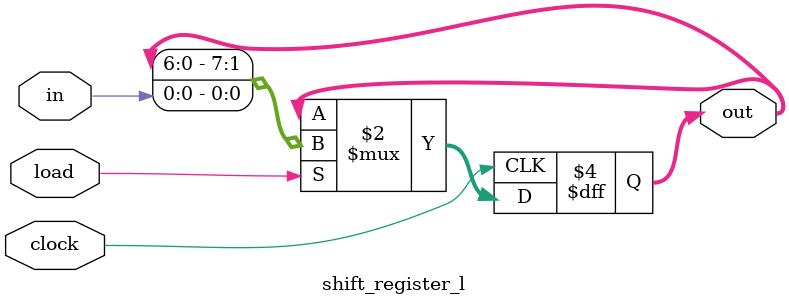
<source format=v>
module shift_register_l(in, load, clock, out);
  parameter integer W = 8;
  parameter integer Mode = 0;
  input in, load, clock;
  output reg [W-1:0] out;
  
  always @(posedge clock)
    if(load)
    begin
      if(Mode == 0) out <= {out[W-2:0], in};
      else out <= {in, out[W-1:1]};
    end
endmodule

</source>
